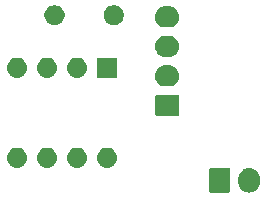
<source format=gbr>
G04 #@! TF.GenerationSoftware,KiCad,Pcbnew,5.0.2+dfsg1-1*
G04 #@! TF.CreationDate,2020-08-26T18:16:29+10:00*
G04 #@! TF.ProjectId,board_k,626f6172-645f-46b2-9e6b-696361645f70,rev?*
G04 #@! TF.SameCoordinates,Original*
G04 #@! TF.FileFunction,Soldermask,Top*
G04 #@! TF.FilePolarity,Negative*
%FSLAX46Y46*%
G04 Gerber Fmt 4.6, Leading zero omitted, Abs format (unit mm)*
G04 Created by KiCad (PCBNEW 5.0.2+dfsg1-1) date Wed Aug 26 18:16:29 2020*
%MOMM*%
%LPD*%
G01*
G04 APERTURE LIST*
%ADD10C,0.100000*%
G04 APERTURE END LIST*
D10*
G36*
X158886626Y-99292037D02*
X158999852Y-99326384D01*
X159056466Y-99343557D01*
X159212989Y-99427221D01*
X159350186Y-99539814D01*
X159433448Y-99641271D01*
X159462778Y-99677009D01*
X159462779Y-99677011D01*
X159546443Y-99833533D01*
X159563616Y-99890147D01*
X159597963Y-100003373D01*
X159611000Y-100135742D01*
X159611000Y-100524257D01*
X159597963Y-100656626D01*
X159546443Y-100826466D01*
X159462778Y-100982991D01*
X159462777Y-100982992D01*
X159350186Y-101120186D01*
X159255251Y-101198096D01*
X159212991Y-101232778D01*
X159212989Y-101232779D01*
X159056467Y-101316443D01*
X159015734Y-101328799D01*
X158886627Y-101367963D01*
X158710000Y-101385359D01*
X158533374Y-101367963D01*
X158404267Y-101328799D01*
X158363534Y-101316443D01*
X158207012Y-101232779D01*
X158207010Y-101232778D01*
X158069816Y-101120186D01*
X158069812Y-101120183D01*
X157957222Y-100982992D01*
X157873557Y-100826467D01*
X157856384Y-100769853D01*
X157822037Y-100656627D01*
X157809000Y-100524258D01*
X157809000Y-100135743D01*
X157822037Y-100003374D01*
X157873557Y-99833535D01*
X157873557Y-99833534D01*
X157957221Y-99677011D01*
X158069814Y-99539814D01*
X158171271Y-99456552D01*
X158207009Y-99427222D01*
X158224913Y-99417652D01*
X158363533Y-99343557D01*
X158420147Y-99326384D01*
X158533373Y-99292037D01*
X158710000Y-99274641D01*
X158886626Y-99292037D01*
X158886626Y-99292037D01*
G37*
G36*
X156968600Y-99282989D02*
X157001649Y-99293014D01*
X157032106Y-99309294D01*
X157058799Y-99331201D01*
X157080706Y-99357894D01*
X157096986Y-99388351D01*
X157107011Y-99421400D01*
X157111000Y-99461904D01*
X157111000Y-101198096D01*
X157107011Y-101238600D01*
X157096986Y-101271649D01*
X157080706Y-101302106D01*
X157058799Y-101328799D01*
X157032106Y-101350706D01*
X157001649Y-101366986D01*
X156968600Y-101377011D01*
X156928096Y-101381000D01*
X155491904Y-101381000D01*
X155451400Y-101377011D01*
X155418351Y-101366986D01*
X155387894Y-101350706D01*
X155361201Y-101328799D01*
X155339294Y-101302106D01*
X155323014Y-101271649D01*
X155312989Y-101238600D01*
X155309000Y-101198096D01*
X155309000Y-99461904D01*
X155312989Y-99421400D01*
X155323014Y-99388351D01*
X155339294Y-99357894D01*
X155361201Y-99331201D01*
X155387894Y-99309294D01*
X155418351Y-99293014D01*
X155451400Y-99282989D01*
X155491904Y-99279000D01*
X156928096Y-99279000D01*
X156968600Y-99282989D01*
X156968600Y-99282989D01*
G37*
G36*
X146851821Y-97586313D02*
X146851824Y-97586314D01*
X146851825Y-97586314D01*
X147012239Y-97634975D01*
X147012241Y-97634976D01*
X147012244Y-97634977D01*
X147160078Y-97713995D01*
X147289659Y-97820341D01*
X147396005Y-97949922D01*
X147475023Y-98097756D01*
X147523687Y-98258179D01*
X147540117Y-98425000D01*
X147523687Y-98591821D01*
X147475023Y-98752244D01*
X147396005Y-98900078D01*
X147289659Y-99029659D01*
X147160078Y-99136005D01*
X147012244Y-99215023D01*
X147012241Y-99215024D01*
X147012239Y-99215025D01*
X146851825Y-99263686D01*
X146851824Y-99263686D01*
X146851821Y-99263687D01*
X146726804Y-99276000D01*
X146643196Y-99276000D01*
X146518179Y-99263687D01*
X146518176Y-99263686D01*
X146518175Y-99263686D01*
X146357761Y-99215025D01*
X146357759Y-99215024D01*
X146357756Y-99215023D01*
X146209922Y-99136005D01*
X146080341Y-99029659D01*
X145973995Y-98900078D01*
X145894977Y-98752244D01*
X145846313Y-98591821D01*
X145829883Y-98425000D01*
X145846313Y-98258179D01*
X145894977Y-98097756D01*
X145973995Y-97949922D01*
X146080341Y-97820341D01*
X146209922Y-97713995D01*
X146357756Y-97634977D01*
X146357759Y-97634976D01*
X146357761Y-97634975D01*
X146518175Y-97586314D01*
X146518176Y-97586314D01*
X146518179Y-97586313D01*
X146643196Y-97574000D01*
X146726804Y-97574000D01*
X146851821Y-97586313D01*
X146851821Y-97586313D01*
G37*
G36*
X144311821Y-97586313D02*
X144311824Y-97586314D01*
X144311825Y-97586314D01*
X144472239Y-97634975D01*
X144472241Y-97634976D01*
X144472244Y-97634977D01*
X144620078Y-97713995D01*
X144749659Y-97820341D01*
X144856005Y-97949922D01*
X144935023Y-98097756D01*
X144983687Y-98258179D01*
X145000117Y-98425000D01*
X144983687Y-98591821D01*
X144935023Y-98752244D01*
X144856005Y-98900078D01*
X144749659Y-99029659D01*
X144620078Y-99136005D01*
X144472244Y-99215023D01*
X144472241Y-99215024D01*
X144472239Y-99215025D01*
X144311825Y-99263686D01*
X144311824Y-99263686D01*
X144311821Y-99263687D01*
X144186804Y-99276000D01*
X144103196Y-99276000D01*
X143978179Y-99263687D01*
X143978176Y-99263686D01*
X143978175Y-99263686D01*
X143817761Y-99215025D01*
X143817759Y-99215024D01*
X143817756Y-99215023D01*
X143669922Y-99136005D01*
X143540341Y-99029659D01*
X143433995Y-98900078D01*
X143354977Y-98752244D01*
X143306313Y-98591821D01*
X143289883Y-98425000D01*
X143306313Y-98258179D01*
X143354977Y-98097756D01*
X143433995Y-97949922D01*
X143540341Y-97820341D01*
X143669922Y-97713995D01*
X143817756Y-97634977D01*
X143817759Y-97634976D01*
X143817761Y-97634975D01*
X143978175Y-97586314D01*
X143978176Y-97586314D01*
X143978179Y-97586313D01*
X144103196Y-97574000D01*
X144186804Y-97574000D01*
X144311821Y-97586313D01*
X144311821Y-97586313D01*
G37*
G36*
X141771821Y-97586313D02*
X141771824Y-97586314D01*
X141771825Y-97586314D01*
X141932239Y-97634975D01*
X141932241Y-97634976D01*
X141932244Y-97634977D01*
X142080078Y-97713995D01*
X142209659Y-97820341D01*
X142316005Y-97949922D01*
X142395023Y-98097756D01*
X142443687Y-98258179D01*
X142460117Y-98425000D01*
X142443687Y-98591821D01*
X142395023Y-98752244D01*
X142316005Y-98900078D01*
X142209659Y-99029659D01*
X142080078Y-99136005D01*
X141932244Y-99215023D01*
X141932241Y-99215024D01*
X141932239Y-99215025D01*
X141771825Y-99263686D01*
X141771824Y-99263686D01*
X141771821Y-99263687D01*
X141646804Y-99276000D01*
X141563196Y-99276000D01*
X141438179Y-99263687D01*
X141438176Y-99263686D01*
X141438175Y-99263686D01*
X141277761Y-99215025D01*
X141277759Y-99215024D01*
X141277756Y-99215023D01*
X141129922Y-99136005D01*
X141000341Y-99029659D01*
X140893995Y-98900078D01*
X140814977Y-98752244D01*
X140766313Y-98591821D01*
X140749883Y-98425000D01*
X140766313Y-98258179D01*
X140814977Y-98097756D01*
X140893995Y-97949922D01*
X141000341Y-97820341D01*
X141129922Y-97713995D01*
X141277756Y-97634977D01*
X141277759Y-97634976D01*
X141277761Y-97634975D01*
X141438175Y-97586314D01*
X141438176Y-97586314D01*
X141438179Y-97586313D01*
X141563196Y-97574000D01*
X141646804Y-97574000D01*
X141771821Y-97586313D01*
X141771821Y-97586313D01*
G37*
G36*
X139231821Y-97586313D02*
X139231824Y-97586314D01*
X139231825Y-97586314D01*
X139392239Y-97634975D01*
X139392241Y-97634976D01*
X139392244Y-97634977D01*
X139540078Y-97713995D01*
X139669659Y-97820341D01*
X139776005Y-97949922D01*
X139855023Y-98097756D01*
X139903687Y-98258179D01*
X139920117Y-98425000D01*
X139903687Y-98591821D01*
X139855023Y-98752244D01*
X139776005Y-98900078D01*
X139669659Y-99029659D01*
X139540078Y-99136005D01*
X139392244Y-99215023D01*
X139392241Y-99215024D01*
X139392239Y-99215025D01*
X139231825Y-99263686D01*
X139231824Y-99263686D01*
X139231821Y-99263687D01*
X139106804Y-99276000D01*
X139023196Y-99276000D01*
X138898179Y-99263687D01*
X138898176Y-99263686D01*
X138898175Y-99263686D01*
X138737761Y-99215025D01*
X138737759Y-99215024D01*
X138737756Y-99215023D01*
X138589922Y-99136005D01*
X138460341Y-99029659D01*
X138353995Y-98900078D01*
X138274977Y-98752244D01*
X138226313Y-98591821D01*
X138209883Y-98425000D01*
X138226313Y-98258179D01*
X138274977Y-98097756D01*
X138353995Y-97949922D01*
X138460341Y-97820341D01*
X138589922Y-97713995D01*
X138737756Y-97634977D01*
X138737759Y-97634976D01*
X138737761Y-97634975D01*
X138898175Y-97586314D01*
X138898176Y-97586314D01*
X138898179Y-97586313D01*
X139023196Y-97574000D01*
X139106804Y-97574000D01*
X139231821Y-97586313D01*
X139231821Y-97586313D01*
G37*
G36*
X152648600Y-93082989D02*
X152681649Y-93093014D01*
X152712106Y-93109294D01*
X152738799Y-93131201D01*
X152760706Y-93157894D01*
X152776986Y-93188351D01*
X152787011Y-93221400D01*
X152791000Y-93261904D01*
X152791000Y-94698096D01*
X152787011Y-94738600D01*
X152776986Y-94771649D01*
X152760706Y-94802106D01*
X152738799Y-94828799D01*
X152712106Y-94850706D01*
X152681649Y-94866986D01*
X152648600Y-94877011D01*
X152608096Y-94881000D01*
X150921904Y-94881000D01*
X150881400Y-94877011D01*
X150848351Y-94866986D01*
X150817894Y-94850706D01*
X150791201Y-94828799D01*
X150769294Y-94802106D01*
X150753014Y-94771649D01*
X150742989Y-94738600D01*
X150739000Y-94698096D01*
X150739000Y-93261904D01*
X150742989Y-93221400D01*
X150753014Y-93188351D01*
X150769294Y-93157894D01*
X150791201Y-93131201D01*
X150817894Y-93109294D01*
X150848351Y-93093014D01*
X150881400Y-93082989D01*
X150921904Y-93079000D01*
X152608096Y-93079000D01*
X152648600Y-93082989D01*
X152648600Y-93082989D01*
G37*
G36*
X152000442Y-90585518D02*
X152066627Y-90592037D01*
X152179853Y-90626384D01*
X152236467Y-90643557D01*
X152375087Y-90717652D01*
X152392991Y-90727222D01*
X152428729Y-90756552D01*
X152530186Y-90839814D01*
X152613448Y-90941271D01*
X152642778Y-90977009D01*
X152642779Y-90977011D01*
X152726443Y-91133533D01*
X152726443Y-91133534D01*
X152777963Y-91303373D01*
X152795359Y-91480000D01*
X152777963Y-91656627D01*
X152743616Y-91769853D01*
X152726443Y-91826467D01*
X152652348Y-91965087D01*
X152642778Y-91982991D01*
X152613448Y-92018729D01*
X152530186Y-92120186D01*
X152428729Y-92203448D01*
X152392991Y-92232778D01*
X152392989Y-92232779D01*
X152236467Y-92316443D01*
X152179853Y-92333616D01*
X152066627Y-92367963D01*
X152000443Y-92374481D01*
X151934260Y-92381000D01*
X151595740Y-92381000D01*
X151529558Y-92374482D01*
X151463373Y-92367963D01*
X151350147Y-92333616D01*
X151293533Y-92316443D01*
X151137011Y-92232779D01*
X151137009Y-92232778D01*
X151101271Y-92203448D01*
X150999814Y-92120186D01*
X150916552Y-92018729D01*
X150887222Y-91982991D01*
X150877652Y-91965087D01*
X150803557Y-91826467D01*
X150786384Y-91769853D01*
X150752037Y-91656627D01*
X150734641Y-91480000D01*
X150752037Y-91303373D01*
X150803557Y-91133534D01*
X150803557Y-91133533D01*
X150887221Y-90977011D01*
X150887222Y-90977009D01*
X150916552Y-90941271D01*
X150999814Y-90839814D01*
X151101271Y-90756552D01*
X151137009Y-90727222D01*
X151154913Y-90717652D01*
X151293533Y-90643557D01*
X151350147Y-90626384D01*
X151463373Y-90592037D01*
X151529558Y-90585518D01*
X151595740Y-90579000D01*
X151934260Y-90579000D01*
X152000442Y-90585518D01*
X152000442Y-90585518D01*
G37*
G36*
X141771821Y-89966313D02*
X141771824Y-89966314D01*
X141771825Y-89966314D01*
X141932239Y-90014975D01*
X141932241Y-90014976D01*
X141932244Y-90014977D01*
X142080078Y-90093995D01*
X142209659Y-90200341D01*
X142316005Y-90329922D01*
X142395023Y-90477756D01*
X142443687Y-90638179D01*
X142460117Y-90805000D01*
X142443687Y-90971821D01*
X142395023Y-91132244D01*
X142316005Y-91280078D01*
X142209659Y-91409659D01*
X142080078Y-91516005D01*
X141932244Y-91595023D01*
X141932241Y-91595024D01*
X141932239Y-91595025D01*
X141771825Y-91643686D01*
X141771824Y-91643686D01*
X141771821Y-91643687D01*
X141646804Y-91656000D01*
X141563196Y-91656000D01*
X141438179Y-91643687D01*
X141438176Y-91643686D01*
X141438175Y-91643686D01*
X141277761Y-91595025D01*
X141277759Y-91595024D01*
X141277756Y-91595023D01*
X141129922Y-91516005D01*
X141000341Y-91409659D01*
X140893995Y-91280078D01*
X140814977Y-91132244D01*
X140766313Y-90971821D01*
X140749883Y-90805000D01*
X140766313Y-90638179D01*
X140814977Y-90477756D01*
X140893995Y-90329922D01*
X141000341Y-90200341D01*
X141129922Y-90093995D01*
X141277756Y-90014977D01*
X141277759Y-90014976D01*
X141277761Y-90014975D01*
X141438175Y-89966314D01*
X141438176Y-89966314D01*
X141438179Y-89966313D01*
X141563196Y-89954000D01*
X141646804Y-89954000D01*
X141771821Y-89966313D01*
X141771821Y-89966313D01*
G37*
G36*
X139231821Y-89966313D02*
X139231824Y-89966314D01*
X139231825Y-89966314D01*
X139392239Y-90014975D01*
X139392241Y-90014976D01*
X139392244Y-90014977D01*
X139540078Y-90093995D01*
X139669659Y-90200341D01*
X139776005Y-90329922D01*
X139855023Y-90477756D01*
X139903687Y-90638179D01*
X139920117Y-90805000D01*
X139903687Y-90971821D01*
X139855023Y-91132244D01*
X139776005Y-91280078D01*
X139669659Y-91409659D01*
X139540078Y-91516005D01*
X139392244Y-91595023D01*
X139392241Y-91595024D01*
X139392239Y-91595025D01*
X139231825Y-91643686D01*
X139231824Y-91643686D01*
X139231821Y-91643687D01*
X139106804Y-91656000D01*
X139023196Y-91656000D01*
X138898179Y-91643687D01*
X138898176Y-91643686D01*
X138898175Y-91643686D01*
X138737761Y-91595025D01*
X138737759Y-91595024D01*
X138737756Y-91595023D01*
X138589922Y-91516005D01*
X138460341Y-91409659D01*
X138353995Y-91280078D01*
X138274977Y-91132244D01*
X138226313Y-90971821D01*
X138209883Y-90805000D01*
X138226313Y-90638179D01*
X138274977Y-90477756D01*
X138353995Y-90329922D01*
X138460341Y-90200341D01*
X138589922Y-90093995D01*
X138737756Y-90014977D01*
X138737759Y-90014976D01*
X138737761Y-90014975D01*
X138898175Y-89966314D01*
X138898176Y-89966314D01*
X138898179Y-89966313D01*
X139023196Y-89954000D01*
X139106804Y-89954000D01*
X139231821Y-89966313D01*
X139231821Y-89966313D01*
G37*
G36*
X147536000Y-91656000D02*
X145834000Y-91656000D01*
X145834000Y-89954000D01*
X147536000Y-89954000D01*
X147536000Y-91656000D01*
X147536000Y-91656000D01*
G37*
G36*
X144311821Y-89966313D02*
X144311824Y-89966314D01*
X144311825Y-89966314D01*
X144472239Y-90014975D01*
X144472241Y-90014976D01*
X144472244Y-90014977D01*
X144620078Y-90093995D01*
X144749659Y-90200341D01*
X144856005Y-90329922D01*
X144935023Y-90477756D01*
X144983687Y-90638179D01*
X145000117Y-90805000D01*
X144983687Y-90971821D01*
X144935023Y-91132244D01*
X144856005Y-91280078D01*
X144749659Y-91409659D01*
X144620078Y-91516005D01*
X144472244Y-91595023D01*
X144472241Y-91595024D01*
X144472239Y-91595025D01*
X144311825Y-91643686D01*
X144311824Y-91643686D01*
X144311821Y-91643687D01*
X144186804Y-91656000D01*
X144103196Y-91656000D01*
X143978179Y-91643687D01*
X143978176Y-91643686D01*
X143978175Y-91643686D01*
X143817761Y-91595025D01*
X143817759Y-91595024D01*
X143817756Y-91595023D01*
X143669922Y-91516005D01*
X143540341Y-91409659D01*
X143433995Y-91280078D01*
X143354977Y-91132244D01*
X143306313Y-90971821D01*
X143289883Y-90805000D01*
X143306313Y-90638179D01*
X143354977Y-90477756D01*
X143433995Y-90329922D01*
X143540341Y-90200341D01*
X143669922Y-90093995D01*
X143817756Y-90014977D01*
X143817759Y-90014976D01*
X143817761Y-90014975D01*
X143978175Y-89966314D01*
X143978176Y-89966314D01*
X143978179Y-89966313D01*
X144103196Y-89954000D01*
X144186804Y-89954000D01*
X144311821Y-89966313D01*
X144311821Y-89966313D01*
G37*
G36*
X152000443Y-88085519D02*
X152066627Y-88092037D01*
X152179853Y-88126384D01*
X152236467Y-88143557D01*
X152375087Y-88217652D01*
X152392991Y-88227222D01*
X152428729Y-88256552D01*
X152530186Y-88339814D01*
X152613448Y-88441271D01*
X152642778Y-88477009D01*
X152642779Y-88477011D01*
X152726443Y-88633533D01*
X152726443Y-88633534D01*
X152777963Y-88803373D01*
X152795359Y-88980000D01*
X152777963Y-89156627D01*
X152743616Y-89269853D01*
X152726443Y-89326467D01*
X152652348Y-89465087D01*
X152642778Y-89482991D01*
X152613448Y-89518729D01*
X152530186Y-89620186D01*
X152428729Y-89703448D01*
X152392991Y-89732778D01*
X152392989Y-89732779D01*
X152236467Y-89816443D01*
X152179853Y-89833616D01*
X152066627Y-89867963D01*
X152000443Y-89874481D01*
X151934260Y-89881000D01*
X151595740Y-89881000D01*
X151529557Y-89874481D01*
X151463373Y-89867963D01*
X151350147Y-89833616D01*
X151293533Y-89816443D01*
X151137011Y-89732779D01*
X151137009Y-89732778D01*
X151101271Y-89703448D01*
X150999814Y-89620186D01*
X150916552Y-89518729D01*
X150887222Y-89482991D01*
X150877652Y-89465087D01*
X150803557Y-89326467D01*
X150786384Y-89269853D01*
X150752037Y-89156627D01*
X150734641Y-88980000D01*
X150752037Y-88803373D01*
X150803557Y-88633534D01*
X150803557Y-88633533D01*
X150887221Y-88477011D01*
X150887222Y-88477009D01*
X150916552Y-88441271D01*
X150999814Y-88339814D01*
X151101271Y-88256552D01*
X151137009Y-88227222D01*
X151154913Y-88217652D01*
X151293533Y-88143557D01*
X151350147Y-88126384D01*
X151463373Y-88092037D01*
X151529557Y-88085519D01*
X151595740Y-88079000D01*
X151934260Y-88079000D01*
X152000443Y-88085519D01*
X152000443Y-88085519D01*
G37*
G36*
X152000442Y-85585518D02*
X152066627Y-85592037D01*
X152179853Y-85626384D01*
X152236467Y-85643557D01*
X152340164Y-85698985D01*
X152392991Y-85727222D01*
X152428729Y-85756552D01*
X152530186Y-85839814D01*
X152613448Y-85941271D01*
X152642778Y-85977009D01*
X152642779Y-85977011D01*
X152726443Y-86133533D01*
X152726443Y-86133534D01*
X152777963Y-86303373D01*
X152795359Y-86480000D01*
X152777963Y-86656627D01*
X152745665Y-86763100D01*
X152726443Y-86826467D01*
X152685812Y-86902481D01*
X152642778Y-86982991D01*
X152613448Y-87018729D01*
X152530186Y-87120186D01*
X152459376Y-87178297D01*
X152392991Y-87232778D01*
X152392989Y-87232779D01*
X152236467Y-87316443D01*
X152179853Y-87333616D01*
X152066627Y-87367963D01*
X152000442Y-87374482D01*
X151934260Y-87381000D01*
X151595740Y-87381000D01*
X151529558Y-87374482D01*
X151463373Y-87367963D01*
X151350147Y-87333616D01*
X151293533Y-87316443D01*
X151137011Y-87232779D01*
X151137009Y-87232778D01*
X151070624Y-87178297D01*
X150999814Y-87120186D01*
X150916552Y-87018729D01*
X150887222Y-86982991D01*
X150844188Y-86902481D01*
X150803557Y-86826467D01*
X150784335Y-86763100D01*
X150752037Y-86656627D01*
X150734641Y-86480000D01*
X150752037Y-86303373D01*
X150803557Y-86133534D01*
X150803557Y-86133533D01*
X150887221Y-85977011D01*
X150887222Y-85977009D01*
X150916552Y-85941271D01*
X150999814Y-85839814D01*
X151101271Y-85756552D01*
X151137009Y-85727222D01*
X151189836Y-85698985D01*
X151293533Y-85643557D01*
X151350147Y-85626384D01*
X151463373Y-85592037D01*
X151529558Y-85585518D01*
X151595740Y-85579000D01*
X151934260Y-85579000D01*
X152000442Y-85585518D01*
X152000442Y-85585518D01*
G37*
G36*
X147488228Y-85541703D02*
X147643100Y-85605853D01*
X147782481Y-85698985D01*
X147901015Y-85817519D01*
X147994147Y-85956900D01*
X148058297Y-86111772D01*
X148091000Y-86276184D01*
X148091000Y-86443816D01*
X148058297Y-86608228D01*
X147994147Y-86763100D01*
X147901015Y-86902481D01*
X147782481Y-87021015D01*
X147643100Y-87114147D01*
X147488228Y-87178297D01*
X147323816Y-87211000D01*
X147156184Y-87211000D01*
X146991772Y-87178297D01*
X146836900Y-87114147D01*
X146697519Y-87021015D01*
X146578985Y-86902481D01*
X146485853Y-86763100D01*
X146421703Y-86608228D01*
X146389000Y-86443816D01*
X146389000Y-86276184D01*
X146421703Y-86111772D01*
X146485853Y-85956900D01*
X146578985Y-85817519D01*
X146697519Y-85698985D01*
X146836900Y-85605853D01*
X146991772Y-85541703D01*
X147156184Y-85509000D01*
X147323816Y-85509000D01*
X147488228Y-85541703D01*
X147488228Y-85541703D01*
G37*
G36*
X142488228Y-85541703D02*
X142643100Y-85605853D01*
X142782481Y-85698985D01*
X142901015Y-85817519D01*
X142994147Y-85956900D01*
X143058297Y-86111772D01*
X143091000Y-86276184D01*
X143091000Y-86443816D01*
X143058297Y-86608228D01*
X142994147Y-86763100D01*
X142901015Y-86902481D01*
X142782481Y-87021015D01*
X142643100Y-87114147D01*
X142488228Y-87178297D01*
X142323816Y-87211000D01*
X142156184Y-87211000D01*
X141991772Y-87178297D01*
X141836900Y-87114147D01*
X141697519Y-87021015D01*
X141578985Y-86902481D01*
X141485853Y-86763100D01*
X141421703Y-86608228D01*
X141389000Y-86443816D01*
X141389000Y-86276184D01*
X141421703Y-86111772D01*
X141485853Y-85956900D01*
X141578985Y-85817519D01*
X141697519Y-85698985D01*
X141836900Y-85605853D01*
X141991772Y-85541703D01*
X142156184Y-85509000D01*
X142323816Y-85509000D01*
X142488228Y-85541703D01*
X142488228Y-85541703D01*
G37*
M02*

</source>
